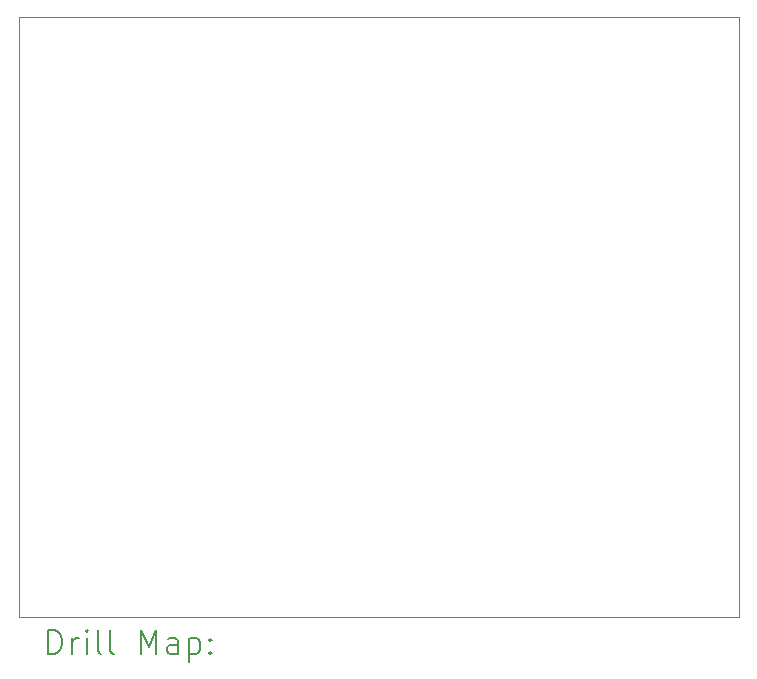
<source format=gbr>
%FSLAX45Y45*%
G04 Gerber Fmt 4.5, Leading zero omitted, Abs format (unit mm)*
G04 Created by KiCad (PCBNEW (6.0.2)) date 2025-01-10 20:49:51*
%MOMM*%
%LPD*%
G01*
G04 APERTURE LIST*
%TA.AperFunction,Profile*%
%ADD10C,0.100000*%
%TD*%
%ADD11C,0.200000*%
G04 APERTURE END LIST*
D10*
X16510000Y-8636000D02*
X10414000Y-8636000D01*
X10414000Y-8636000D02*
X10414000Y-13716000D01*
X10414000Y-13716000D02*
X16510000Y-13716000D01*
X16510000Y-13716000D02*
X16510000Y-8636000D01*
D11*
X10666619Y-14031476D02*
X10666619Y-13831476D01*
X10714238Y-13831476D01*
X10742810Y-13841000D01*
X10761857Y-13860048D01*
X10771381Y-13879095D01*
X10780905Y-13917190D01*
X10780905Y-13945762D01*
X10771381Y-13983857D01*
X10761857Y-14002905D01*
X10742810Y-14021952D01*
X10714238Y-14031476D01*
X10666619Y-14031476D01*
X10866619Y-14031476D02*
X10866619Y-13898143D01*
X10866619Y-13936238D02*
X10876143Y-13917190D01*
X10885667Y-13907667D01*
X10904714Y-13898143D01*
X10923762Y-13898143D01*
X10990429Y-14031476D02*
X10990429Y-13898143D01*
X10990429Y-13831476D02*
X10980905Y-13841000D01*
X10990429Y-13850524D01*
X10999952Y-13841000D01*
X10990429Y-13831476D01*
X10990429Y-13850524D01*
X11114238Y-14031476D02*
X11095190Y-14021952D01*
X11085667Y-14002905D01*
X11085667Y-13831476D01*
X11219000Y-14031476D02*
X11199952Y-14021952D01*
X11190428Y-14002905D01*
X11190428Y-13831476D01*
X11447571Y-14031476D02*
X11447571Y-13831476D01*
X11514238Y-13974333D01*
X11580905Y-13831476D01*
X11580905Y-14031476D01*
X11761857Y-14031476D02*
X11761857Y-13926714D01*
X11752333Y-13907667D01*
X11733286Y-13898143D01*
X11695190Y-13898143D01*
X11676143Y-13907667D01*
X11761857Y-14021952D02*
X11742809Y-14031476D01*
X11695190Y-14031476D01*
X11676143Y-14021952D01*
X11666619Y-14002905D01*
X11666619Y-13983857D01*
X11676143Y-13964809D01*
X11695190Y-13955286D01*
X11742809Y-13955286D01*
X11761857Y-13945762D01*
X11857095Y-13898143D02*
X11857095Y-14098143D01*
X11857095Y-13907667D02*
X11876143Y-13898143D01*
X11914238Y-13898143D01*
X11933286Y-13907667D01*
X11942809Y-13917190D01*
X11952333Y-13936238D01*
X11952333Y-13993381D01*
X11942809Y-14012428D01*
X11933286Y-14021952D01*
X11914238Y-14031476D01*
X11876143Y-14031476D01*
X11857095Y-14021952D01*
X12038048Y-14012428D02*
X12047571Y-14021952D01*
X12038048Y-14031476D01*
X12028524Y-14021952D01*
X12038048Y-14012428D01*
X12038048Y-14031476D01*
X12038048Y-13907667D02*
X12047571Y-13917190D01*
X12038048Y-13926714D01*
X12028524Y-13917190D01*
X12038048Y-13907667D01*
X12038048Y-13926714D01*
M02*

</source>
